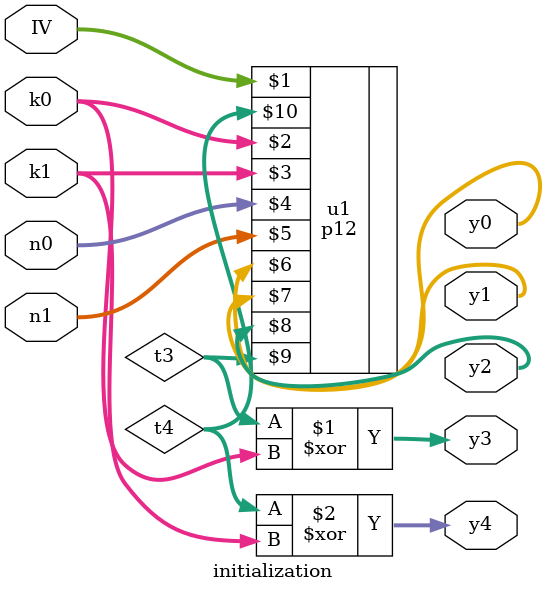
<source format=v>
module initialization(IV, k0, k1, n0, n1, y0, y1, y2, y3, y4);
	input [63:0] IV, k0, k1, n0, n1; //64 bit IV, 128 bit Key, 128 bit nonce
	output [63:0] y0, y1, y2, y3, y4; //320 bit initial state output
	
	wire [63:0] t0, t1, t2, t3, t4;

	p12 u1(IV, k0, k1, n0, n1, y0, y1, y2, t3, t4); // 12 round initial permutations
	assign y3 = t3^k0; // xor secret key to LSWs (Least Significant Words)
	assign y4 = t4^k1;
endmodule


</source>
